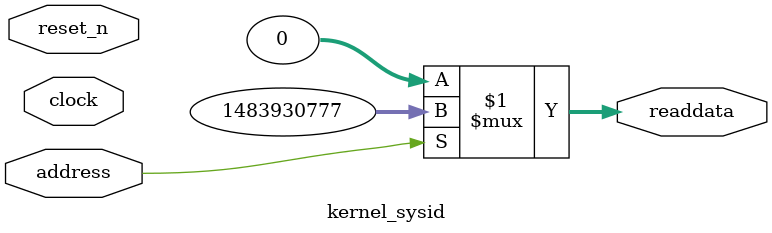
<source format=v>

`timescale 1ns / 1ps
// synthesis translate_on

// turn off superfluous verilog processor warnings 
// altera message_level Level1 
// altera message_off 10034 10035 10036 10037 10230 10240 10030 

module kernel_sysid (
               // inputs:
                address,
                clock,
                reset_n,

               // outputs:
                readdata
             )
;

  output  [ 31: 0] readdata;
  input            address;
  input            clock;
  input            reset_n;

  wire    [ 31: 0] readdata;
  //control_slave, which is an e_avalon_slave
  assign readdata = address ? 1483930777 : 0;

endmodule




</source>
